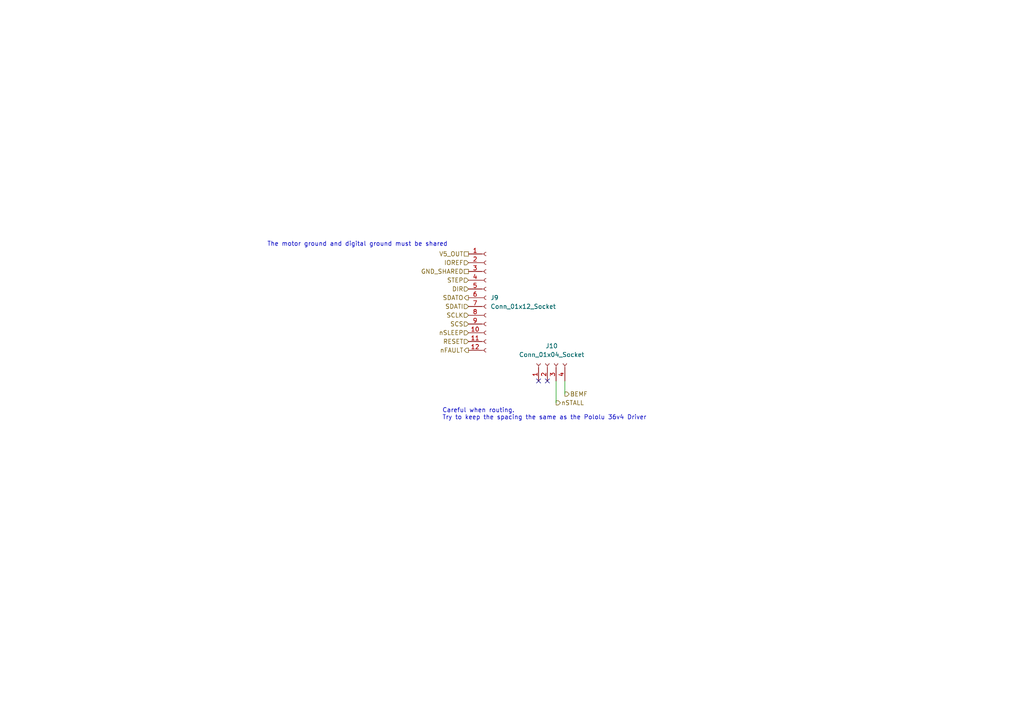
<source format=kicad_sch>
(kicad_sch (version 20231120) (generator "eeschema") (generator_version "8.0")
  (paper "A4")
  (lib_symbols
    (symbol "Connector:Conn_01x04_Socket" (pin_names (offset 1.016) hide)
      (property "Reference" "J" (at 0 5.08 0))
      (property "Value" "Conn_01x04_Socket" (at 0 -7.62 0))
      (symbol "Conn_01x04_Socket_1_1"
        (arc (start 0 -4.572) (mid -0.5058 -5.08) (end 0 -5.588) (stroke (width 0.1524)))
        (arc (start 0 -2.032) (mid -0.5058 -2.54) (end 0 -3.048) (stroke (width 0.1524)))
        (polyline (pts (xy -1.27 -5.08) (xy -0.508 -5.08)) (stroke (width 0.1524)))
        (polyline (pts (xy -1.27 -2.54) (xy -0.508 -2.54)) (stroke (width 0.1524)))
        (polyline (pts (xy -1.27 0) (xy -0.508 0)) (stroke (width 0.1524)))
        (polyline (pts (xy -1.27 2.54) (xy -0.508 2.54)) (stroke (width 0.1524)))
        (arc (start 0 0.508) (mid -0.5058 0) (end 0 -0.508) (stroke (width 0.1524)))
        (arc (start 0 3.048) (mid -0.5058 2.54) (end 0 2.032) (stroke (width 0.1524)))
        (pin passive line (at -5.08 2.54 0) (length 3.81) (name "Pin_1") (number "1"))
        (pin passive line (at -5.08 0 0) (length 3.81) (name "Pin_2") (number "2"))
        (pin passive line (at -5.08 -2.54 0) (length 3.81) (name "Pin_3") (number "3"))
        (pin passive line (at -5.08 -5.08 0) (length 3.81) (name "Pin_4") (number "4"))
      )
    )
    (symbol "Connector:Conn_01x12_Socket" (pin_names (offset 1.016) hide)
      (property "Reference" "J" (at 0 15.24 0))
      (property "Value" "Conn_01x12_Socket" (at 0 -17.78 0))
      (symbol "Conn_01x12_Socket_1_1"
        (arc (start 0 -14.732) (mid -0.5058 -15.24) (end 0 -15.748) (stroke (width 0.1524)))
        (arc (start 0 -12.192) (mid -0.5058 -12.7) (end 0 -13.208) (stroke (width 0.1524)))
        (arc (start 0 -9.652) (mid -0.5058 -10.16) (end 0 -10.668) (stroke (width 0.1524)))
        (arc (start 0 -7.112) (mid -0.5058 -7.62) (end 0 -8.128) (stroke (width 0.1524)))
        (arc (start 0 -4.572) (mid -0.5058 -5.08) (end 0 -5.588) (stroke (width 0.1524)))
        (arc (start 0 -2.032) (mid -0.5058 -2.54) (end 0 -3.048) (stroke (width 0.1524)))
        (polyline (pts (xy -1.27 -15.24) (xy -0.508 -15.24)) (stroke (width 0.1524)))
        (polyline (pts (xy -1.27 -12.7) (xy -0.508 -12.7)) (stroke (width 0.1524)))
        (polyline (pts (xy -1.27 -10.16) (xy -0.508 -10.16)) (stroke (width 0.1524)))
        (polyline (pts (xy -1.27 -7.62) (xy -0.508 -7.62)) (stroke (width 0.1524)))
        (polyline (pts (xy -1.27 -5.08) (xy -0.508 -5.08)) (stroke (width 0.1524)))
        (polyline (pts (xy -1.27 -2.54) (xy -0.508 -2.54)) (stroke (width 0.1524)))
        (polyline (pts (xy -1.27 0) (xy -0.508 0)) (stroke (width 0.1524)))
        (polyline (pts (xy -1.27 2.54) (xy -0.508 2.54)) (stroke (width 0.1524)))
        (polyline (pts (xy -1.27 5.08) (xy -0.508 5.08)) (stroke (width 0.1524)))
        (polyline (pts (xy -1.27 7.62) (xy -0.508 7.62)) (stroke (width 0.1524)))
        (polyline (pts (xy -1.27 10.16) (xy -0.508 10.16)) (stroke (width 0.1524)))
        (polyline (pts (xy -1.27 12.7) (xy -0.508 12.7)) (stroke (width 0.1524)))
        (arc (start 0 0.508) (mid -0.5058 0) (end 0 -0.508) (stroke (width 0.1524)))
        (arc (start 0 3.048) (mid -0.5058 2.54) (end 0 2.032) (stroke (width 0.1524)))
        (arc (start 0 5.588) (mid -0.5058 5.08) (end 0 4.572) (stroke (width 0.1524)))
        (arc (start 0 8.128) (mid -0.5058 7.62) (end 0 7.112) (stroke (width 0.1524)))
        (arc (start 0 10.668) (mid -0.5058 10.16) (end 0 9.652) (stroke (width 0.1524)))
        (arc (start 0 13.208) (mid -0.5058 12.7) (end 0 12.192) (stroke (width 0.1524)))
        (pin passive line (at -5.08 12.7 0) (length 3.81) (name "Pin_1") (number "1"))
        (pin passive line (at -5.08 -10.16 0) (length 3.81) (name "Pin_10") (number "10"))
        (pin passive line (at -5.08 -12.7 0) (length 3.81) (name "Pin_11") (number "11"))
        (pin passive line (at -5.08 -15.24 0) (length 3.81) (name "Pin_12") (number "12"))
        (pin passive line (at -5.08 10.16 0) (length 3.81) (name "Pin_2") (number "2"))
        (pin passive line (at -5.08 7.62 0) (length 3.81) (name "Pin_3") (number "3"))
        (pin passive line (at -5.08 5.08 0) (length 3.81) (name "Pin_4") (number "4"))
        (pin passive line (at -5.08 2.54 0) (length 3.81) (name "Pin_5") (number "5"))
        (pin passive line (at -5.08 0 0) (length 3.81) (name "Pin_6") (number "6"))
        (pin passive line (at -5.08 -2.54 0) (length 3.81) (name "Pin_7") (number "7"))
        (pin passive line (at -5.08 -5.08 0) (length 3.81) (name "Pin_8") (number "8"))
        (pin passive line (at -5.08 -7.62 0) (length 3.81) (name "Pin_9") (number "9"))
      )
    )
  )
  (no_connect (at 156.21 110.49))
  (no_connect (at 158.75 110.49))
  (wire (pts (xy 163.83 114.3) (xy 163.83 110.49)))
  (wire (pts (xy 161.29 116.84) (xy 161.29 110.49)))
  (text "Careful when routing. \nTry to keep the spacing the same as the Pololu 36v4 Driver" (at 128.27 121.92 0) (effects (font (size 1.27 1.27)) (justify left bottom)))
  (text "The motor ground and digital ground must be shared\n " (at 77.47 73.66 0) (effects (font (size 1.27 1.27)) (justify left bottom)))
  (hierarchical_label "BEMF" (shape output) (at 163.83 114.3 0))
  (hierarchical_label "nSTALL" (shape output) (at 161.29 116.84 0))
  (hierarchical_label "STEP" (shape input) (at 135.89 81.28 180))
  (hierarchical_label "V5_OUT" (shape passive) (at 135.89 73.66 180))
  (hierarchical_label "SDATI" (shape input) (at 135.89 88.9 180))
  (hierarchical_label "SCLK" (shape input) (at 135.89 91.44 180))
  (hierarchical_label "SCS" (shape input) (at 135.89 93.98 180))
  (hierarchical_label "nFAULT" (shape output) (at 135.89 101.6 180))
  (hierarchical_label "SDATO" (shape output) (at 135.89 86.36 180))
  (hierarchical_label "IOREF" (shape input) (at 135.89 76.2 180))
  (hierarchical_label "nSLEEP" (shape input) (at 135.89 96.52 180))
  (hierarchical_label "RESET" (shape input) (at 135.89 99.06 180))
  (hierarchical_label "GND_SHARED" (shape passive) (at 135.89 78.74 180))
  (hierarchical_label "DIR" (shape input) (at 135.89 83.82 180))
  (symbol (lib_id "Connector:Conn_01x12_Socket") (at 140.97 86.36 0) (unit 1)
    (property "Reference" "J9" (at 142.24 86.36 0) (effects (justify left)))
    (property "Value" "Conn_01x12_Socket" (at 142.24 88.9 0) (effects (justify left)))
    (property "Footprint" "Connector_PinSocket_2.54mm:PinSocket_1x12_P2.54mm_Vertical" (effects (hide yes)))
    (instances (project "launchpad-controller-v2" (path "" (reference "J9") (unit 1)) (path "" (reference "J12") (unit 1))))
  )
  (symbol (lib_id "Connector:Conn_01x04_Socket") (at 158.75 105.41 90) (unit 1)
    (property "Reference" "J10" (at 160.02 100.33 90))
    (property "Value" "Conn_01x04_Socket" (at 160.02 102.87 90))
    (property "Footprint" "Connector_PinSocket_2.54mm:PinSocket_1x04_P2.54mm_Vertical" (effects (hide yes)))
    (instances (project "launchpad-controller-v2" (path "" (reference "J10") (unit 1)) (path "" (reference "J13") (unit 1))))
  )
)
</source>
